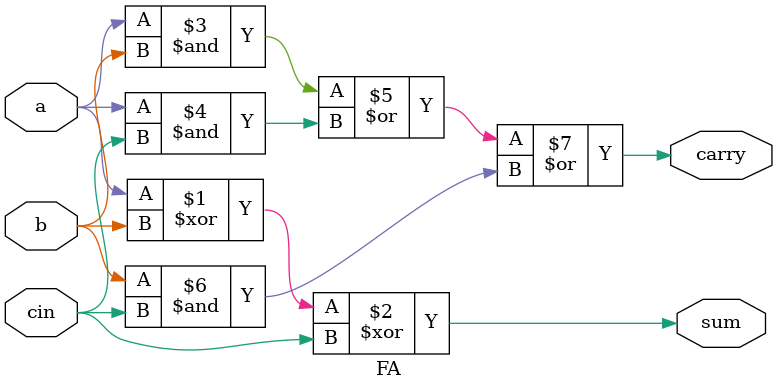
<source format=v>
module FA(
            input a,
            input b,
            input cin,
            output sum,
            output carry
            );
assign sum = a ^ b ^ cin;
assign carry = (a & b) | (a & cin) | (b & cin);
endmodule
</source>
